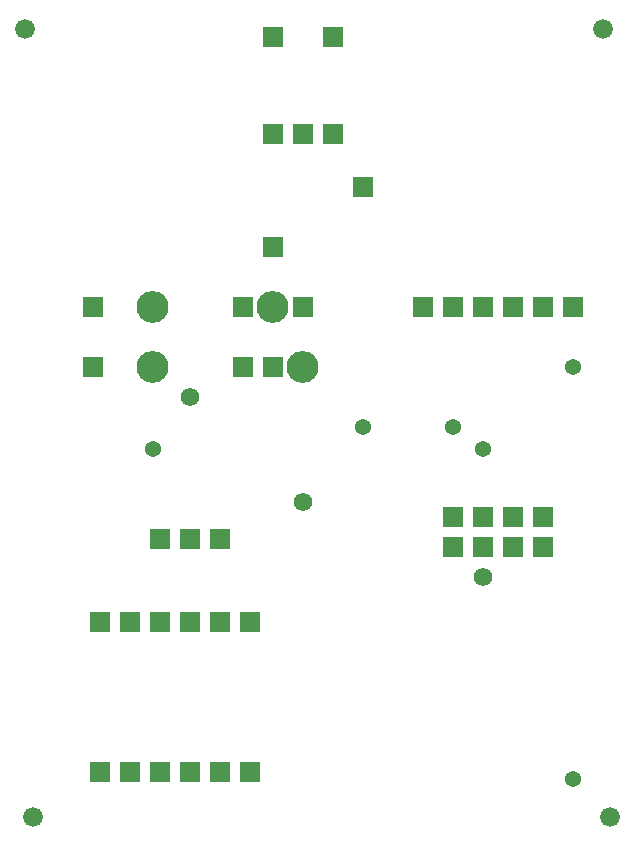
<source format=gbr>
G04 DesignSpark PCB Gerber Version 10.0 Build 5299*
G04 #@! TF.Part,Single*
G04 #@! TF.FileFunction,Soldermask,Top*
G04 #@! TF.FilePolarity,Negative*
%FSLAX35Y35*%
%MOIN*%
G04 #@! TA.AperFunction,WasherPad*
%ADD17R,0.06600X0.06600*%
G04 #@! TD.AperFunction*
%ADD19C,0.00500*%
G04 #@! TA.AperFunction,ViaPad*
%ADD15C,0.05400*%
%ADD16C,0.06200*%
%ADD27C,0.06600*%
G04 #@! TD.AperFunction*
X0Y0D02*
D02*
D15*
X50600Y130600D03*
X120600Y138100D03*
X150600D03*
X160600Y130600D03*
X190600Y20600D03*
Y158100D03*
D02*
D16*
X63100Y148100D03*
X100600Y113100D03*
X160600Y88100D03*
D02*
D17*
X30600Y158100D03*
Y178100D03*
X33100Y23100D03*
Y73100D03*
X43100Y23100D03*
Y73100D03*
X50600Y158100D03*
Y178100D03*
X53100Y23100D03*
Y73100D03*
Y100600D03*
X63100Y23100D03*
Y73100D03*
Y100600D03*
X73100Y23100D03*
Y73100D03*
Y100600D03*
X80600Y158100D03*
Y178100D03*
X83100Y23100D03*
Y73100D03*
X90600Y158100D03*
Y178100D03*
Y198100D03*
Y235600D03*
Y268100D03*
X100600Y158100D03*
Y178100D03*
Y235600D03*
X110600D03*
Y268100D03*
X120600Y218100D03*
X140600Y178100D03*
X150600Y98100D03*
Y108100D03*
Y178100D03*
X160600Y98100D03*
Y108100D03*
Y178100D03*
X170600Y98100D03*
Y108100D03*
Y178100D03*
X180600Y98100D03*
Y108100D03*
Y178100D03*
X190600D03*
D02*
D19*
X50600Y163100D02*
G75*
G03*
Y153100I0J-5000D01*
G01*
G75*
G03*
Y163100I0J5000D01*
G01*
G36*
X50600Y163100D02*
G75*
G03*
Y153100I0J-5000D01*
G01*
G75*
G03*
Y163100I0J5000D01*
G01*
G37*
Y183100D02*
G75*
G03*
Y173100I0J-5000D01*
G01*
G75*
G03*
Y183100I0J5000D01*
G01*
G36*
X50600Y183100D02*
G75*
G03*
Y173100I0J-5000D01*
G01*
G75*
G03*
Y183100I0J5000D01*
G01*
G37*
X90600D02*
G75*
G03*
Y173100I0J-5000D01*
G01*
G75*
G03*
Y183100I0J5000D01*
G01*
G36*
X90600Y183100D02*
G75*
G03*
Y173100I0J-5000D01*
G01*
G75*
G03*
Y183100I0J5000D01*
G01*
G37*
X100600Y163100D02*
G75*
G03*
Y153100I0J-5000D01*
G01*
G75*
G03*
Y163100I0J5000D01*
G01*
G36*
X100600Y163100D02*
G75*
G03*
Y153100I0J-5000D01*
G01*
G75*
G03*
Y163100I0J5000D01*
G01*
G37*
D02*
D27*
X8100Y270600D03*
X10600Y8100D03*
X200600Y270600D03*
X203100Y8100D03*
X0Y0D02*
M02*

</source>
